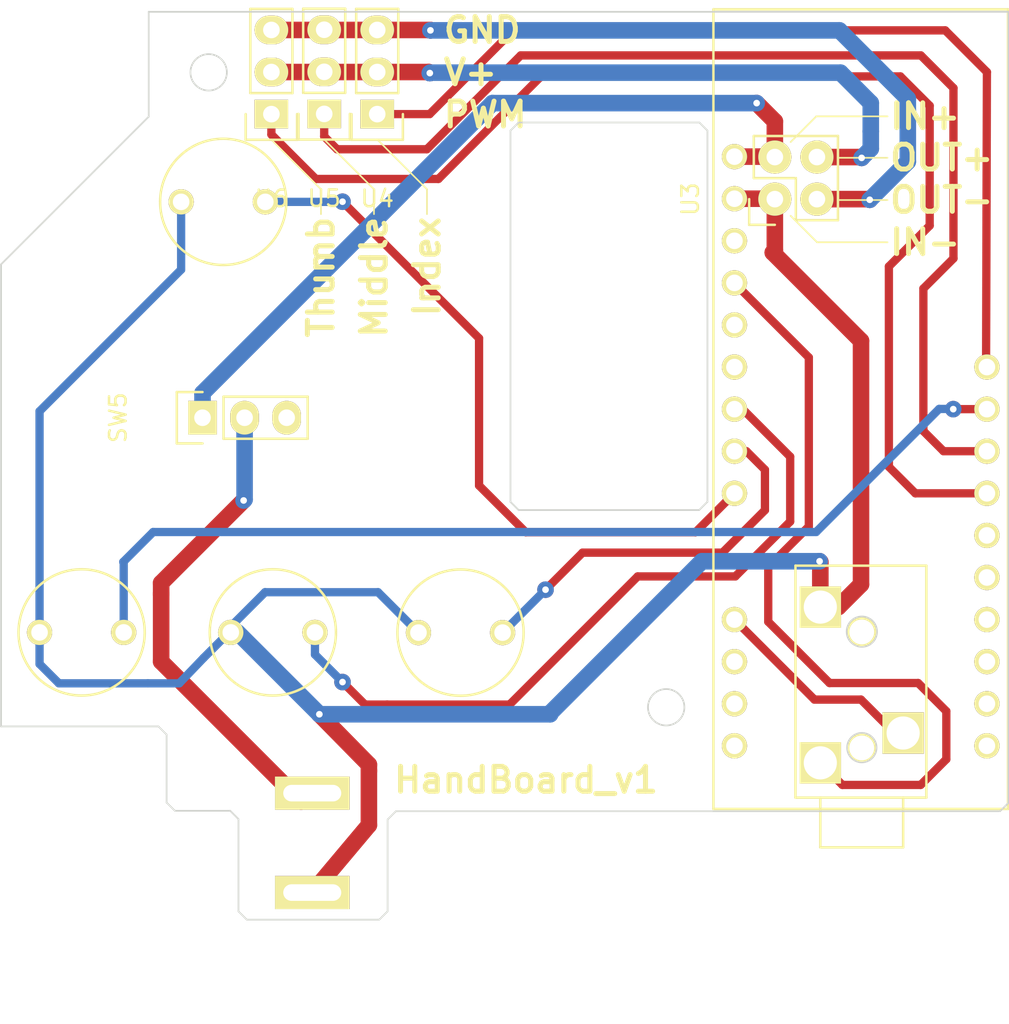
<source format=kicad_pcb>
(kicad_pcb (version 4) (host pcbnew 4.0.1-stable)

  (general
    (links 22)
    (no_connects 3)
    (area 83.701101 66.530187 157.666101 151.323601)
    (thickness 1.6)
    (drawings 67)
    (tracks 159)
    (zones 0)
    (modules 12)
    (nets 26)
  )

  (page A4)
  (layers
    (0 F.Cu signal)
    (31 B.Cu signal)
    (32 B.Adhes user hide)
    (33 F.Adhes user hide)
    (34 B.Paste user hide)
    (35 F.Paste user hide)
    (36 B.SilkS user)
    (37 F.SilkS user)
    (38 B.Mask user hide)
    (39 F.Mask user hide)
    (40 Dwgs.User user hide)
    (41 Cmts.User user hide)
    (42 Eco1.User user hide)
    (43 Eco2.User user hide)
    (44 Edge.Cuts user)
    (45 Margin user hide)
    (46 B.CrtYd user hide)
    (47 F.CrtYd user hide)
    (48 B.Fab user hide)
    (49 F.Fab user hide)
  )

  (setup
    (last_trace_width 0.5)
    (user_trace_width 0.5)
    (user_trace_width 1)
    (trace_clearance 0.2)
    (zone_clearance 0.508)
    (zone_45_only no)
    (trace_min 0.2)
    (segment_width 0.1)
    (edge_width 0.1)
    (via_size 1)
    (via_drill 0.5)
    (via_min_size 0.4)
    (via_min_drill 0.4)
    (user_via 1 0.4)
    (user_via 1.5 0.4)
    (uvia_size 0.3)
    (uvia_drill 0.1)
    (uvias_allowed no)
    (uvia_min_size 0.2)
    (uvia_min_drill 0.1)
    (pcb_text_width 0.3)
    (pcb_text_size 1.5 1.5)
    (mod_edge_width 0.15)
    (mod_text_size 1 1)
    (mod_text_width 0.15)
    (pad_size 2 4.5)
    (pad_drill 1)
    (pad_to_mask_clearance 0.1)
    (solder_mask_min_width 0.1)
    (aux_axis_origin 157.4711 80.7836)
    (grid_origin 156.1211 84.6836)
    (visible_elements 7FFCC609)
    (pcbplotparams
      (layerselection 0x010f0_80000001)
      (usegerberextensions true)
      (excludeedgelayer true)
      (linewidth 0.100000)
      (plotframeref false)
      (viasonmask false)
      (mode 1)
      (useauxorigin false)
      (hpglpennumber 1)
      (hpglpenspeed 20)
      (hpglpendiameter 15)
      (hpglpenoverlay 2)
      (psnegative false)
      (psa4output false)
      (plotreference false)
      (plotvalue false)
      (plotinvisibletext false)
      (padsonsilk false)
      (subtractmaskfromsilk false)
      (outputformat 1)
      (mirror false)
      (drillshape 0)
      (scaleselection 1)
      (outputdirectory 160111HandBoard_v1_2/))
  )

  (net 0 "")
  (net 1 "Net-(CON1-Pad3)")
  (net 2 "Net-(CON1-Pad1)")
  (net 3 "Net-(SW5-Pad1)")
  (net 4 "Net-(SW5-Pad3)")
  (net 5 "Net-(U1-Pad4)")
  (net 6 "Net-(U1-Pad2)")
  (net 7 "Net-(U2-PadGND)")
  (net 8 "Net-(U2-PadRST)")
  (net 9 "Net-(U2-Pad5V)")
  (net 10 "Net-(U2-PadNC)")
  (net 11 "Net-(U2-Pad13)")
  (net 12 "Net-(U2-Pad3)")
  (net 13 "Net-(U2-Pad5)")
  (net 14 "Net-(U2-Pad6)")
  (net 15 "Net-(U2-Pad7)")
  (net 16 "Net-(U2-Pad8)")
  (net 17 "Net-(U2-Pad10)")
  (net 18 "Net-(U2-Pad11)")
  (net 19 "Net-(U2-Pad12)")
  (net 20 "Net-(U3-Pad3)")
  (net 21 "Net-(U3-Pad4)")
  (net 22 "Net-(SW1:MAX1-Pad2)")
  (net 23 "Net-(SW2:MIN1-Pad2)")
  (net 24 "Net-(SW3:Thumb1-Pad2)")
  (net 25 "Net-(SW4:Middle1-Pad2)")

  (net_class Default "これは標準のネット クラスです。"
    (clearance 0.2)
    (trace_width 0.5)
    (via_dia 1)
    (via_drill 0.5)
    (uvia_dia 0.3)
    (uvia_drill 0.1)
    (add_net "Net-(CON1-Pad1)")
    (add_net "Net-(CON1-Pad3)")
    (add_net "Net-(SW1:MAX1-Pad2)")
    (add_net "Net-(SW2:MIN1-Pad2)")
    (add_net "Net-(SW3:Thumb1-Pad2)")
    (add_net "Net-(SW4:Middle1-Pad2)")
    (add_net "Net-(SW5-Pad1)")
    (add_net "Net-(SW5-Pad3)")
    (add_net "Net-(U1-Pad2)")
    (add_net "Net-(U1-Pad4)")
    (add_net "Net-(U2-Pad10)")
    (add_net "Net-(U2-Pad11)")
    (add_net "Net-(U2-Pad12)")
    (add_net "Net-(U2-Pad13)")
    (add_net "Net-(U2-Pad3)")
    (add_net "Net-(U2-Pad5)")
    (add_net "Net-(U2-Pad5V)")
    (add_net "Net-(U2-Pad6)")
    (add_net "Net-(U2-Pad7)")
    (add_net "Net-(U2-Pad8)")
    (add_net "Net-(U2-PadGND)")
    (add_net "Net-(U2-PadNC)")
    (add_net "Net-(U2-PadRST)")
    (add_net "Net-(U3-Pad3)")
    (add_net "Net-(U3-Pad4)")
  )

  (net_class Custom01 ""
    (clearance 0.2)
    (trace_width 1)
    (via_dia 2)
    (via_drill 0.5)
    (uvia_dia 0.3)
    (uvia_drill 0.1)
  )

  (module HACKberry_v1:MJ179PH (layer F.Cu) (tedit 568FC65E) (tstamp 55951713)
    (at 115.39474 141.87932 90)
    (path /555F5A20)
    (fp_text reference CON1 (at 13.7 3.75 90) (layer F.SilkS) hide
      (effects (font (size 1 1) (thickness 0.15)))
    )
    (fp_text value BARREL_JACK_MJ179PH (at 13.5 -7.25 90) (layer F.Fab)
      (effects (font (size 1 1) (thickness 0.15)))
    )
    (pad "" thru_hole rect (at 7.7 0 90) (size 2 4.5) (drill oval 1 3.5) (layers *.Cu *.Mask F.SilkS))
    (pad "" thru_hole rect (at 13.7 0 90) (size 2 4.5) (drill oval 1 3.5) (layers *.Cu *.Mask F.SilkS))
  )

  (module Pin_Headers:Pin_Header_Straight_2x02 (layer F.Cu) (tedit 56332AA7) (tstamp 55951767)
    (at 143.3195 92.329 90)
    (descr "Through hole pin header")
    (tags "pin header")
    (path /555F2DA3)
    (fp_text reference U3 (at 0 -5.1 90) (layer F.SilkS)
      (effects (font (size 1 1) (thickness 0.15)))
    )
    (fp_text value "Seed_Studio_Adjustable_DC/DC_Power_Converter_(1.25V_-_35V/3A)" (at 0 -3.1 90) (layer F.Fab)
      (effects (font (size 1 1) (thickness 0.15)))
    )
    (fp_line (start -1.75 -1.75) (end -1.75 4.3) (layer F.CrtYd) (width 0.05))
    (fp_line (start 4.3 -1.75) (end 4.3 4.3) (layer F.CrtYd) (width 0.05))
    (fp_line (start -1.75 -1.75) (end 4.3 -1.75) (layer F.CrtYd) (width 0.05))
    (fp_line (start -1.75 4.3) (end 4.3 4.3) (layer F.CrtYd) (width 0.05))
    (fp_line (start -1.55 0) (end -1.55 -1.55) (layer F.SilkS) (width 0.15))
    (fp_line (start 0 -1.55) (end -1.55 -1.55) (layer F.SilkS) (width 0.15))
    (fp_line (start -1.27 1.27) (end 1.27 1.27) (layer F.SilkS) (width 0.15))
    (fp_line (start 1.27 1.27) (end 1.27 -1.27) (layer F.SilkS) (width 0.15))
    (fp_line (start 1.27 -1.27) (end 3.81 -1.27) (layer F.SilkS) (width 0.15))
    (fp_line (start 3.81 -1.27) (end 3.81 3.81) (layer F.SilkS) (width 0.15))
    (fp_line (start 3.81 3.81) (end -1.27 3.81) (layer F.SilkS) (width 0.15))
    (fp_line (start -1.27 3.81) (end -1.27 1.27) (layer F.SilkS) (width 0.15))
    (pad 2 thru_hole circle (at 0 0 90) (size 2 2) (drill 1) (layers *.Cu *.Mask F.SilkS)
      (net 1 "Net-(CON1-Pad3)"))
    (pad 1 thru_hole oval (at 2.54 0 90) (size 2 2) (drill 1) (layers *.Cu *.Mask F.SilkS)
      (net 3 "Net-(SW5-Pad1)"))
    (pad 3 thru_hole oval (at 0 2.54 90) (size 2 2) (drill 1) (layers *.Cu *.Mask F.SilkS)
      (net 20 "Net-(U3-Pad3)"))
    (pad 4 thru_hole oval (at 2.54 2.54 90) (size 2 2) (drill 1) (layers *.Cu *.Mask F.SilkS)
      (net 21 "Net-(U3-Pad4)"))
    (model Pin_Headers.3dshapes/Pin_Header_Straight_2x02.wrl
      (at (xyz 0.05 -0.05 0))
      (scale (xyz 1 1 1))
      (rotate (xyz 0 0 90))
    )
  )

  (module HACKberry_v1:SKRGAQ0010 (layer F.Cu) (tedit 56333A90) (tstamp 55951BFF)
    (at 101.473 118.4783 90)
    (path /555F3438)
    (fp_text reference SW1:MAX1 (at 0 5.08 90) (layer F.SilkS) hide
      (effects (font (size 1 1) (thickness 0.15)))
    )
    (fp_text value SW_PUSH_SKRGAQD010 (at 0 -5.08 90) (layer F.Fab)
      (effects (font (size 1 1) (thickness 0.15)))
    )
    (fp_circle (center 0 0) (end 0 -3.81) (layer F.SilkS) (width 0.15))
    (pad 1 thru_hole circle (at 0 -2.54 90) (size 1.524 1.524) (drill 1) (layers *.Cu *.Mask F.SilkS)
      (net 1 "Net-(CON1-Pad3)"))
    (pad 2 thru_hole circle (at 0 2.54 90) (size 1.524 1.524) (drill 1) (layers *.Cu *.Mask F.SilkS)
      (net 22 "Net-(SW1:MAX1-Pad2)"))
  )

  (module HACKberry_v1:SKRGAQ0010 (layer F.Cu) (tedit 56333A84) (tstamp 55951C05)
    (at 113.0173 118.4783 90)
    (path /555F3584)
    (fp_text reference SW2:MIN1 (at 0 5.08 90) (layer F.SilkS) hide
      (effects (font (size 1 1) (thickness 0.15)))
    )
    (fp_text value SW_PUSH_SKRGAQD010 (at 0 -5.08 90) (layer F.Fab)
      (effects (font (size 1 1) (thickness 0.15)))
    )
    (fp_circle (center 0 0) (end 0 -3.81) (layer F.SilkS) (width 0.15))
    (pad 1 thru_hole circle (at 0 -2.54 90) (size 1.524 1.524) (drill 1) (layers *.Cu *.Mask F.SilkS)
      (net 1 "Net-(CON1-Pad3)"))
    (pad 2 thru_hole circle (at 0 2.54 90) (size 1.524 1.524) (drill 1) (layers *.Cu *.Mask F.SilkS)
      (net 23 "Net-(SW2:MIN1-Pad2)"))
  )

  (module HACKberry_v1:SKRGAQ0010 (layer F.Cu) (tedit 56333A76) (tstamp 55951C0B)
    (at 124.3457 118.491 90)
    (path /555F35CD)
    (fp_text reference SW3:Thumb1 (at 0 5.08 90) (layer F.SilkS) hide
      (effects (font (size 1 1) (thickness 0.15)))
    )
    (fp_text value SW_PUSH_SKRGAQD010 (at 0 -5.08 90) (layer F.Fab)
      (effects (font (size 1 1) (thickness 0.15)))
    )
    (fp_circle (center 0 0) (end 0 -3.81) (layer F.SilkS) (width 0.15))
    (pad 1 thru_hole circle (at 0 -2.54 90) (size 1.524 1.524) (drill 1) (layers *.Cu *.Mask F.SilkS)
      (net 1 "Net-(CON1-Pad3)"))
    (pad 2 thru_hole circle (at 0 2.54 90) (size 1.524 1.524) (drill 1) (layers *.Cu *.Mask F.SilkS)
      (net 24 "Net-(SW3:Thumb1-Pad2)"))
  )

  (module HACKberry_v1:SKRGAQ0010 (layer F.Cu) (tedit 5633399F) (tstamp 55951C11)
    (at 110.0201 92.4941 90)
    (path /55950644)
    (fp_text reference SW4:Middle1 (at 0 5.08 90) (layer F.SilkS) hide
      (effects (font (size 1 1) (thickness 0.15)))
    )
    (fp_text value SW_PUSH_SKRGAQD010 (at 0 -5.08 90) (layer F.Fab)
      (effects (font (size 1 1) (thickness 0.15)))
    )
    (fp_circle (center 0 0) (end 0 -3.81) (layer F.SilkS) (width 0.15))
    (pad 1 thru_hole circle (at 0 -2.54 90) (size 1.524 1.524) (drill 1) (layers *.Cu *.Mask F.SilkS)
      (net 1 "Net-(CON1-Pad3)"))
    (pad 2 thru_hole circle (at 0 2.54 90) (size 1.524 1.524) (drill 1) (layers *.Cu *.Mask F.SilkS)
      (net 25 "Net-(SW4:Middle1-Pad2)"))
  )

  (module HACKberry_v1:Arduino_Micro (layer F.Cu) (tedit 56333A64) (tstamp 5595175F)
    (at 148.5011 105.0036)
    (path /555EFCA5)
    (fp_text reference U2 (at 0 0.5) (layer F.SilkS) hide
      (effects (font (size 1 1) (thickness 0.15)))
    )
    (fp_text value Arduino_Micro (at 0 -0.5) (layer F.Fab)
      (effects (font (size 1 1) (thickness 0.15)))
    )
    (fp_line (start -8.89 24.13) (end -8.89 -24.13) (layer F.SilkS) (width 0.15))
    (fp_line (start -8.89 -24.13) (end 8.89 -24.13) (layer F.SilkS) (width 0.15))
    (fp_line (start 8.89 -24.13) (end 8.89 24.13) (layer F.SilkS) (width 0.15))
    (fp_line (start 8.89 24.13) (end -8.89 24.13) (layer F.SilkS) (width 0.15))
    (pad 9 thru_hole circle (at 7.62 12.7) (size 1.524 1.524) (drill 1) (layers *.Cu *.Mask F.SilkS))
    (pad 3 thru_hole circle (at 7.62 -2.54) (size 1.524 1.524) (drill 1) (layers *.Cu *.Mask F.SilkS)
      (net 12 "Net-(U2-Pad3)"))
    (pad VIN thru_hole circle (at -7.62 -15.24) (size 1.524 1.524) (drill 1) (layers *.Cu *.Mask F.SilkS)
      (net 3 "Net-(SW5-Pad1)"))
    (pad GND thru_hole circle (at -7.62 -12.7) (size 1.524 1.524) (drill 1) (layers *.Cu *.Mask F.SilkS)
      (net 7 "Net-(U2-PadGND)"))
    (pad eRST thru_hole circle (at -7.62 -10.16) (size 1.524 1.524) (drill 1) (layers *.Cu *.Mask F.SilkS)
      (net 8 "Net-(U2-PadRST)"))
    (pad 5V thru_hole circle (at -7.62 -7.62) (size 1.524 1.524) (drill 1) (layers *.Cu *.Mask F.SilkS)
      (net 9 "Net-(U2-Pad5V)"))
    (pad NC thru_hole circle (at -7.62 -5.08) (size 1.524 1.524) (drill 1) (layers *.Cu *.Mask F.SilkS)
      (net 10 "Net-(U2-PadNC)"))
    (pad NC thru_hole circle (at -7.62 -2.54) (size 1.524 1.524) (drill 1) (layers *.Cu *.Mask F.SilkS)
      (net 10 "Net-(U2-PadNC)"))
    (pad 13 thru_hole circle (at -7.62 20.32) (size 1.524 1.524) (drill 1) (layers *.Cu *.Mask F.SilkS)
      (net 11 "Net-(U2-Pad13)"))
    (pad 3.3V thru_hole circle (at -7.62 17.78) (size 1.524 1.524) (drill 1) (layers *.Cu *.Mask F.SilkS))
    (pad AREF thru_hole circle (at -7.62 15.24) (size 1.524 1.524) (drill 1) (layers *.Cu *.Mask F.SilkS))
    (pad A0 thru_hole circle (at -7.62 12.7) (size 1.524 1.524) (drill 1) (layers *.Cu *.Mask F.SilkS)
      (net 5 "Net-(U1-Pad4)"))
    (pad A3 thru_hole circle (at -7.62 5.08) (size 1.524 1.524) (drill 1) (layers *.Cu *.Mask F.SilkS)
      (net 25 "Net-(SW4:Middle1-Pad2)"))
    (pad A4 thru_hole circle (at -7.62 2.54) (size 1.524 1.524) (drill 1) (layers *.Cu *.Mask F.SilkS)
      (net 24 "Net-(SW3:Thumb1-Pad2)"))
    (pad A5 thru_hole circle (at -7.62 0) (size 1.524 1.524) (drill 1) (layers *.Cu *.Mask F.SilkS)
      (net 23 "Net-(SW2:MIN1-Pad2)"))
    (pad A6 thru_hole circle (at 7.62 0) (size 1.524 1.524) (drill 1) (layers *.Cu *.Mask F.SilkS)
      (net 22 "Net-(SW1:MAX1-Pad2)"))
    (pad 5 thru_hole circle (at 7.62 2.54) (size 1.524 1.524) (drill 1) (layers *.Cu *.Mask F.SilkS)
      (net 13 "Net-(U2-Pad5)"))
    (pad 6 thru_hole circle (at 7.62 5.08) (size 1.524 1.524) (drill 1) (layers *.Cu *.Mask F.SilkS)
      (net 14 "Net-(U2-Pad6)"))
    (pad 7 thru_hole circle (at 7.62 7.62) (size 1.524 1.524) (drill 1) (layers *.Cu *.Mask F.SilkS)
      (net 15 "Net-(U2-Pad7)"))
    (pad 8 thru_hole circle (at 7.62 10.16) (size 1.524 1.524) (drill 1) (layers *.Cu *.Mask F.SilkS)
      (net 16 "Net-(U2-Pad8)"))
    (pad 10 thru_hole circle (at 7.62 15.24) (size 1.524 1.524) (drill 1) (layers *.Cu *.Mask F.SilkS)
      (net 17 "Net-(U2-Pad10)"))
    (pad 11 thru_hole circle (at 7.62 17.78) (size 1.524 1.524) (drill 1) (layers *.Cu *.Mask F.SilkS)
      (net 18 "Net-(U2-Pad11)"))
    (pad 12 thru_hole circle (at 7.62 20.32) (size 1.524 1.524) (drill 1) (layers *.Cu *.Mask F.SilkS)
      (net 19 "Net-(U2-Pad12)"))
  )

  (module HACKberry_v1:MINIATURE_JACK_MJ-4535-3 (layer F.Cu) (tedit 56332A45) (tstamp 55951739)
    (at 148.5646 125.4506 270)
    (path /555F3180)
    (fp_text reference U1 (at 0 3.81 270) (layer F.SilkS) hide
      (effects (font (size 1 1) (thickness 0.15)))
    )
    (fp_text value 3-CONDUCTOR_MINIATUIRE_JACK_MJ-4535-3 (at 0 -5 270) (layer F.Fab)
      (effects (font (size 1 1) (thickness 0.15)))
    )
    (fp_line (start 3 -3.9) (end -11 -3.9) (layer F.SilkS) (width 0.15))
    (fp_line (start -11 -3.9) (end -11 4) (layer F.SilkS) (width 0.15))
    (fp_line (start -11 4) (end 3 4) (layer F.SilkS) (width 0.15))
    (fp_line (start 3 4) (end 3 -3.9) (layer F.SilkS) (width 0.15))
    (fp_line (start 6 2.5) (end 3 2.5) (layer F.SilkS) (width 0.15))
    (fp_line (start 6 -2.5) (end 6 2.5) (layer F.SilkS) (width 0.15))
    (fp_line (start 3 -2.5) (end 6 -2.5) (layer F.SilkS) (width 0.15))
    (fp_circle (center -7 0) (end -6.8 0.8) (layer F.SilkS) (width 0.15))
    (fp_circle (center 0 0) (end -0.2 0.8) (layer F.SilkS) (width 0.15))
    (pad 4 thru_hole rect (at -0.9 -2.5 270) (size 2.5 2.5) (drill oval 2) (layers *.Cu *.Mask F.SilkS)
      (net 5 "Net-(U1-Pad4)"))
    (pad 2 thru_hole rect (at 0.9 2.5 270) (size 2.5 2.5) (drill oval 2) (layers *.Cu *.Mask F.SilkS)
      (net 6 "Net-(U1-Pad2)"))
    (pad 1 thru_hole rect (at -8.5 2.5 270) (size 2.5 2.5) (drill oval 2) (layers *.Cu *.Mask F.SilkS)
      (net 1 "Net-(CON1-Pad3)"))
  )

  (module Pin_Headers:Pin_Header_Straight_1x03 (layer F.Cu) (tedit 5633395B) (tstamp 5595177C)
    (at 112.9284 87.1982 180)
    (descr "Through hole pin header")
    (tags "pin header")
    (path /555F20F9)
    (fp_text reference U6 (at 0 -5.1 180) (layer F.SilkS)
      (effects (font (size 1 1) (thickness 0.15)))
    )
    (fp_text value Servo_Motor_MG90S (at 0 -3.1 180) (layer F.Fab)
      (effects (font (size 1 1) (thickness 0.15)))
    )
    (fp_line (start -1.75 -1.75) (end -1.75 6.85) (layer F.CrtYd) (width 0.05))
    (fp_line (start 1.75 -1.75) (end 1.75 6.85) (layer F.CrtYd) (width 0.05))
    (fp_line (start -1.75 -1.75) (end 1.75 -1.75) (layer F.CrtYd) (width 0.05))
    (fp_line (start -1.75 6.85) (end 1.75 6.85) (layer F.CrtYd) (width 0.05))
    (fp_line (start -1.27 1.27) (end -1.27 6.35) (layer F.SilkS) (width 0.15))
    (fp_line (start -1.27 6.35) (end 1.27 6.35) (layer F.SilkS) (width 0.15))
    (fp_line (start 1.27 6.35) (end 1.27 1.27) (layer F.SilkS) (width 0.15))
    (fp_line (start 1.55 -1.55) (end 1.55 0) (layer F.SilkS) (width 0.15))
    (fp_line (start 1.27 1.27) (end -1.27 1.27) (layer F.SilkS) (width 0.15))
    (fp_line (start -1.55 0) (end -1.55 -1.55) (layer F.SilkS) (width 0.15))
    (fp_line (start -1.55 -1.55) (end 1.55 -1.55) (layer F.SilkS) (width 0.15))
    (pad 1 thru_hole rect (at 0 0 180) (size 2.032 1.7272) (drill 1) (layers *.Cu *.Mask F.SilkS)
      (net 14 "Net-(U2-Pad6)"))
    (pad 2 thru_hole oval (at 0 2.54 180) (size 2.032 1.7272) (drill 1) (layers *.Cu *.Mask F.SilkS)
      (net 21 "Net-(U3-Pad4)"))
    (pad 3 thru_hole oval (at 0 5.08 180) (size 2.032 1.7272) (drill 1) (layers *.Cu *.Mask F.SilkS)
      (net 20 "Net-(U3-Pad3)"))
    (model Pin_Headers.3dshapes/Pin_Header_Straight_1x03.wrl
      (at (xyz 0 -0.1 0))
      (scale (xyz 1 1 1))
      (rotate (xyz 0 0 90))
    )
  )

  (module Pin_Headers:Pin_Header_Straight_1x03 (layer F.Cu) (tedit 56333FF5) (tstamp 55951732)
    (at 108.77042 105.52176 90)
    (descr "Through hole pin header")
    (tags "pin header")
    (path /555F35ED)
    (fp_text reference SW5 (at 0 -5.1 90) (layer F.SilkS)
      (effects (font (size 1 1) (thickness 0.15)))
    )
    (fp_text value SWITCH_SS-12SDP2 (at 0 -3.1 90) (layer F.Fab)
      (effects (font (size 1 1) (thickness 0.15)))
    )
    (fp_line (start -1.75 -1.75) (end -1.75 6.85) (layer F.CrtYd) (width 0.05))
    (fp_line (start 1.75 -1.75) (end 1.75 6.85) (layer F.CrtYd) (width 0.05))
    (fp_line (start -1.75 -1.75) (end 1.75 -1.75) (layer F.CrtYd) (width 0.05))
    (fp_line (start -1.75 6.85) (end 1.75 6.85) (layer F.CrtYd) (width 0.05))
    (fp_line (start -1.27 1.27) (end -1.27 6.35) (layer F.SilkS) (width 0.15))
    (fp_line (start -1.27 6.35) (end 1.27 6.35) (layer F.SilkS) (width 0.15))
    (fp_line (start 1.27 6.35) (end 1.27 1.27) (layer F.SilkS) (width 0.15))
    (fp_line (start 1.55 -1.55) (end 1.55 0) (layer F.SilkS) (width 0.15))
    (fp_line (start 1.27 1.27) (end -1.27 1.27) (layer F.SilkS) (width 0.15))
    (fp_line (start -1.55 0) (end -1.55 -1.55) (layer F.SilkS) (width 0.15))
    (fp_line (start -1.55 -1.55) (end 1.55 -1.55) (layer F.SilkS) (width 0.15))
    (pad 1 thru_hole rect (at 0 0 90) (size 2.032 1.7272) (drill 1) (layers *.Cu *.Mask F.SilkS)
      (net 3 "Net-(SW5-Pad1)"))
    (pad 2 thru_hole oval (at 0 2.54 90) (size 2.032 1.7272) (drill 1) (layers *.Cu *.Mask F.SilkS)
      (net 2 "Net-(CON1-Pad1)"))
    (pad 3 thru_hole oval (at 0 5.08 90) (size 2.032 1.7272) (drill 1) (layers *.Cu *.Mask F.SilkS)
      (net 4 "Net-(SW5-Pad3)"))
    (model Pin_Headers.3dshapes/Pin_Header_Straight_1x03.wrl
      (at (xyz 0 -0.1 0))
      (scale (xyz 1 1 1))
      (rotate (xyz 0 0 90))
    )
  )

  (module Pin_Headers:Pin_Header_Straight_1x03 (layer F.Cu) (tedit 56333981) (tstamp 5595176E)
    (at 119.3165 87.1982 180)
    (descr "Through hole pin header")
    (tags "pin header")
    (path /555F20CE)
    (fp_text reference U4 (at 0 -5.1 180) (layer F.SilkS)
      (effects (font (size 1 1) (thickness 0.15)))
    )
    (fp_text value Servo_Motor_S03N (at 0 -3.1 180) (layer F.Fab)
      (effects (font (size 1 1) (thickness 0.15)))
    )
    (fp_line (start -1.75 -1.75) (end -1.75 6.85) (layer F.CrtYd) (width 0.05))
    (fp_line (start 1.75 -1.75) (end 1.75 6.85) (layer F.CrtYd) (width 0.05))
    (fp_line (start -1.75 -1.75) (end 1.75 -1.75) (layer F.CrtYd) (width 0.05))
    (fp_line (start -1.75 6.85) (end 1.75 6.85) (layer F.CrtYd) (width 0.05))
    (fp_line (start -1.27 1.27) (end -1.27 6.35) (layer F.SilkS) (width 0.15))
    (fp_line (start -1.27 6.35) (end 1.27 6.35) (layer F.SilkS) (width 0.15))
    (fp_line (start 1.27 6.35) (end 1.27 1.27) (layer F.SilkS) (width 0.15))
    (fp_line (start 1.55 -1.55) (end 1.55 0) (layer F.SilkS) (width 0.15))
    (fp_line (start 1.27 1.27) (end -1.27 1.27) (layer F.SilkS) (width 0.15))
    (fp_line (start -1.55 0) (end -1.55 -1.55) (layer F.SilkS) (width 0.15))
    (fp_line (start -1.55 -1.55) (end 1.55 -1.55) (layer F.SilkS) (width 0.15))
    (pad 1 thru_hole rect (at 0 0 180) (size 2.032 1.7272) (drill 1) (layers *.Cu *.Mask F.SilkS)
      (net 12 "Net-(U2-Pad3)"))
    (pad 2 thru_hole oval (at 0 2.54 180) (size 2.032 1.7272) (drill 1) (layers *.Cu *.Mask F.SilkS)
      (net 21 "Net-(U3-Pad4)"))
    (pad 3 thru_hole oval (at 0 5.08 180) (size 2.032 1.7272) (drill 1) (layers *.Cu *.Mask F.SilkS)
      (net 20 "Net-(U3-Pad3)"))
    (model Pin_Headers.3dshapes/Pin_Header_Straight_1x03.wrl
      (at (xyz 0 -0.1 0))
      (scale (xyz 1 1 1))
      (rotate (xyz 0 0 90))
    )
  )

  (module Pin_Headers:Pin_Header_Straight_1x03 (layer F.Cu) (tedit 56333970) (tstamp 55951775)
    (at 116.1161 87.1855 180)
    (descr "Through hole pin header")
    (tags "pin header")
    (path /555F1F15)
    (fp_text reference U5 (at 0 -5.1 180) (layer F.SilkS)
      (effects (font (size 1 1) (thickness 0.15)))
    )
    (fp_text value Servo_Motor_MG90S (at 0 -3.1 180) (layer F.Fab)
      (effects (font (size 1 1) (thickness 0.15)))
    )
    (fp_line (start -1.75 -1.75) (end -1.75 6.85) (layer F.CrtYd) (width 0.05))
    (fp_line (start 1.75 -1.75) (end 1.75 6.85) (layer F.CrtYd) (width 0.05))
    (fp_line (start -1.75 -1.75) (end 1.75 -1.75) (layer F.CrtYd) (width 0.05))
    (fp_line (start -1.75 6.85) (end 1.75 6.85) (layer F.CrtYd) (width 0.05))
    (fp_line (start -1.27 1.27) (end -1.27 6.35) (layer F.SilkS) (width 0.15))
    (fp_line (start -1.27 6.35) (end 1.27 6.35) (layer F.SilkS) (width 0.15))
    (fp_line (start 1.27 6.35) (end 1.27 1.27) (layer F.SilkS) (width 0.15))
    (fp_line (start 1.55 -1.55) (end 1.55 0) (layer F.SilkS) (width 0.15))
    (fp_line (start 1.27 1.27) (end -1.27 1.27) (layer F.SilkS) (width 0.15))
    (fp_line (start -1.55 0) (end -1.55 -1.55) (layer F.SilkS) (width 0.15))
    (fp_line (start -1.55 -1.55) (end 1.55 -1.55) (layer F.SilkS) (width 0.15))
    (pad 1 thru_hole rect (at 0 0 180) (size 2.032 1.7272) (drill 1) (layers *.Cu *.Mask F.SilkS)
      (net 13 "Net-(U2-Pad5)"))
    (pad 2 thru_hole oval (at 0 2.54 180) (size 2.032 1.7272) (drill 1) (layers *.Cu *.Mask F.SilkS)
      (net 21 "Net-(U3-Pad4)"))
    (pad 3 thru_hole oval (at 0 5.08 180) (size 2.032 1.7272) (drill 1) (layers *.Cu *.Mask F.SilkS)
      (net 20 "Net-(U3-Pad3)"))
    (model Pin_Headers.3dshapes/Pin_Header_Straight_1x03.wrl
      (at (xyz 0 -0.1 0))
      (scale (xyz 1 1 1))
      (rotate (xyz 0 0 90))
    )
  )

  (dimension 3.600014 (width 0.3) (layer Eco1.User)
    (gr_text "3.600 mm" (at 107.345337 72.353218 359.8408455) (layer Eco1.User)
      (effects (font (size 1.5 1.5) (thickness 0.3)))
    )
    (feature1 (pts (xy 105.5111 84.6736) (xy 105.549087 70.998223)))
    (feature2 (pts (xy 109.1111 84.6836) (xy 109.149087 71.008223)))
    (crossbar (pts (xy 109.141587 73.708213) (xy 105.541587 73.698213)))
    (arrow1a (pts (xy 105.541587 73.698213) (xy 106.669715 73.114924)))
    (arrow1b (pts (xy 105.541587 73.698213) (xy 106.666457 74.287761)))
    (arrow2a (pts (xy 109.141587 73.708213) (xy 108.016717 73.118665)))
    (arrow2b (pts (xy 109.141587 73.708213) (xy 108.013459 74.291502)))
  )
  (dimension 3.65 (width 0.3) (layer Eco1.User)
    (gr_text "3.650 mm" (at 76.6811 82.8586 90) (layer Eco1.User)
      (effects (font (size 1.5 1.5) (thickness 0.3)))
    )
    (feature1 (pts (xy 109.1111 81.0336) (xy 75.3311 81.0336)))
    (feature2 (pts (xy 109.1111 84.6836) (xy 75.3311 84.6836)))
    (crossbar (pts (xy 78.0311 84.6836) (xy 78.0311 81.0336)))
    (arrow1a (pts (xy 78.0311 81.0336) (xy 78.617521 82.160104)))
    (arrow1b (pts (xy 78.0311 81.0336) (xy 77.444679 82.160104)))
    (arrow2a (pts (xy 78.0311 84.6836) (xy 78.617521 83.557096)))
    (arrow2b (pts (xy 78.0311 84.6836) (xy 77.444679 83.557096)))
  )
  (dimension 20.85 (width 0.3) (layer Eco1.User)
    (gr_text "20.850 mm" (at 81.8011 95.1086 90) (layer Eco1.User)
      (effects (font (size 1.5 1.5) (thickness 0.3)))
    )
    (feature1 (pts (xy 111.3111 84.6836) (xy 80.4511 84.6836)))
    (feature2 (pts (xy 111.3111 105.5336) (xy 80.4511 105.5336)))
    (crossbar (pts (xy 83.1511 105.5336) (xy 83.1511 84.6836)))
    (arrow1a (pts (xy 83.1511 84.6836) (xy 83.737521 85.810104)))
    (arrow1b (pts (xy 83.1511 84.6836) (xy 82.564679 85.810104)))
    (arrow2a (pts (xy 83.1511 105.5336) (xy 83.737521 104.407096)))
    (arrow2b (pts (xy 83.1511 105.5336) (xy 82.564679 104.407096)))
  )
  (dimension 2.2 (width 0.3) (layer Eco1.User)
    (gr_text "2.200 mm" (at 110.2111 158.4036) (layer Eco1.User)
      (effects (font (size 1.5 1.5) (thickness 0.3)))
    )
    (feature1 (pts (xy 111.3111 84.6836) (xy 111.3111 159.7536)))
    (feature2 (pts (xy 109.1111 84.6836) (xy 109.1111 159.7536)))
    (crossbar (pts (xy 109.1111 157.0536) (xy 111.3111 157.0536)))
    (arrow1a (pts (xy 111.3111 157.0536) (xy 110.184596 157.640021)))
    (arrow1b (pts (xy 111.3111 157.0536) (xy 110.184596 156.467179)))
    (arrow2a (pts (xy 109.1111 157.0536) (xy 110.237604 157.640021)))
    (arrow2b (pts (xy 109.1111 157.0536) (xy 110.237604 156.467179)))
  )
  (dimension 1.27 (width 0.3) (layer Eco1.User)
    (gr_text "1.270 mm" (at 111.9561 76.6336) (layer Eco1.User)
      (effects (font (size 1.5 1.5) (thickness 0.3)))
    )
    (feature1 (pts (xy 112.5911 105.5136) (xy 112.5911 75.2836)))
    (feature2 (pts (xy 111.3211 105.5136) (xy 111.3211 75.2836)))
    (crossbar (pts (xy 111.3211 77.9836) (xy 112.5911 77.9836)))
    (arrow1a (pts (xy 112.5911 77.9836) (xy 111.464596 78.570021)))
    (arrow1b (pts (xy 112.5911 77.9836) (xy 111.464596 77.397179)))
    (arrow2a (pts (xy 111.3211 77.9836) (xy 112.447604 78.570021)))
    (arrow2b (pts (xy 111.3211 77.9836) (xy 112.447604 77.397179)))
  )
  (dimension 11.33 (width 0.3) (layer Eco1.User)
    (gr_text "11.330 mm" (at 121.2361 149.9736) (layer Eco1.User)
      (effects (font (size 1.5 1.5) (thickness 0.3)))
    )
    (feature1 (pts (xy 126.9011 118.5136) (xy 126.9011 151.3236)))
    (feature2 (pts (xy 115.5711 118.5136) (xy 115.5711 151.3236)))
    (crossbar (pts (xy 115.5711 148.6236) (xy 126.9011 148.6236)))
    (arrow1a (pts (xy 126.9011 148.6236) (xy 125.774596 149.210021)))
    (arrow1b (pts (xy 126.9011 148.6236) (xy 125.774596 148.037179)))
    (arrow2a (pts (xy 115.5711 148.6236) (xy 116.697604 149.210021)))
    (arrow2b (pts (xy 115.5711 148.6236) (xy 116.697604 148.037179)))
  )
  (dimension 11.55 (width 0.3) (layer Eco1.User)
    (gr_text "11.550 mm" (at 109.7961 145.5236) (layer Eco1.User)
      (effects (font (size 1.5 1.5) (thickness 0.3)))
    )
    (feature1 (pts (xy 115.5711 118.5136) (xy 115.5711 146.8736)))
    (feature2 (pts (xy 104.0211 118.5136) (xy 104.0211 146.8736)))
    (crossbar (pts (xy 104.0211 144.1736) (xy 115.5711 144.1736)))
    (arrow1a (pts (xy 115.5711 144.1736) (xy 114.444596 144.760021)))
    (arrow1b (pts (xy 115.5711 144.1736) (xy 114.444596 143.587179)))
    (arrow2a (pts (xy 104.0211 144.1736) (xy 105.147604 144.760021)))
    (arrow2b (pts (xy 104.0211 144.1736) (xy 105.147604 143.587179)))
  )
  (dimension 7.3 (width 0.3) (layer Eco1.User)
    (gr_text "7.300 mm" (at 107.6711 139.2636) (layer Eco1.User)
      (effects (font (size 1.5 1.5) (thickness 0.3)))
    )
    (feature1 (pts (xy 104.0211 105.5136) (xy 104.0211 140.6136)))
    (feature2 (pts (xy 111.3211 105.5136) (xy 111.3211 140.6136)))
    (crossbar (pts (xy 111.3211 137.9136) (xy 104.0211 137.9136)))
    (arrow1a (pts (xy 104.0211 137.9136) (xy 105.147604 137.327179)))
    (arrow1b (pts (xy 104.0211 137.9136) (xy 105.147604 138.500021)))
    (arrow2a (pts (xy 111.3211 137.9136) (xy 110.194596 137.327179)))
    (arrow2b (pts (xy 111.3211 137.9136) (xy 110.194596 138.500021)))
  )
  (dimension 13 (width 0.3) (layer Eco1.User)
    (gr_text "13.000 mm" (at 90.3511 112.0136 270) (layer Eco1.User)
      (effects (font (size 1.5 1.5) (thickness 0.3)))
    )
    (feature1 (pts (xy 111.3211 118.5136) (xy 89.0011 118.5136)))
    (feature2 (pts (xy 111.3211 105.5136) (xy 89.0011 105.5136)))
    (crossbar (pts (xy 91.7011 105.5136) (xy 91.7011 118.5136)))
    (arrow1a (pts (xy 91.7011 118.5136) (xy 91.114679 117.387096)))
    (arrow1b (pts (xy 91.7011 118.5136) (xy 92.287521 117.387096)))
    (arrow2a (pts (xy 91.7011 105.5136) (xy 91.114679 106.640104)))
    (arrow2b (pts (xy 91.7011 105.5136) (xy 92.287521 106.640104)))
  )
  (dimension 13.000004 (width 0.3) (layer Eco1.User)
    (gr_text "13.000 mm" (at 90.369897 98.997487 89.95592633) (layer Eco1.User)
      (effects (font (size 1.5 1.5) (thickness 0.3)))
    )
    (feature1 (pts (xy 111.3211 92.5136) (xy 89.024898 92.496449)))
    (feature2 (pts (xy 111.3111 105.5136) (xy 89.014898 105.496449)))
    (crossbar (pts (xy 91.714897 105.498526) (xy 91.724897 92.498526)))
    (arrow1a (pts (xy 91.724897 92.498526) (xy 92.310451 93.625481)))
    (arrow1b (pts (xy 91.724897 92.498526) (xy 91.13761 93.624578)))
    (arrow2a (pts (xy 91.714897 105.498526) (xy 92.302184 104.372474)))
    (arrow2b (pts (xy 91.714897 105.498526) (xy 91.129343 104.371571)))
  )
  (gr_circle (center 148.5711 125.4336) (end 149.1211 126.1336) (layer Edge.Cuts) (width 0.1))
  (gr_circle (center 148.5711 118.4336) (end 149.3711 118.8836) (layer Edge.Cuts) (width 0.1))
  (gr_text HandBoard_v1 (at 120.1711 127.3836) (layer F.SilkS)
    (effects (font (size 1.5 1.5) (thickness 0.3)) (justify left))
  )
  (gr_text IN- (at 150.1211 94.9336) (layer F.SilkS)
    (effects (font (size 1.5 1.5) (thickness 0.3)) (justify left))
  )
  (gr_text PWM (at 123.1711 87.2336) (layer F.SilkS)
    (effects (font (size 1.5 1.5) (thickness 0.3)) (justify left))
  )
  (gr_text V+ (at 123.1711 84.6836) (layer F.SilkS)
    (effects (font (size 1.5 1.5) (thickness 0.3)) (justify left))
  )
  (gr_text GND (at 123.1711 82.1336) (layer F.SilkS)
    (effects (font (size 1.5 1.5) (thickness 0.3)) (justify left))
  )
  (gr_text IN+ (at 150.1211 87.3336) (layer F.SilkS)
    (effects (font (size 1.5 1.5) (thickness 0.3)) (justify left))
  )
  (gr_line (start 145.8711 94.9336) (end 144.2711 93.3336) (angle 90) (layer F.SilkS) (width 0.1))
  (gr_line (start 150.1211 94.9336) (end 145.8711 94.9336) (angle 90) (layer F.SilkS) (width 0.1))
  (gr_line (start 145.8211 87.3336) (end 144.2711 88.8836) (angle 90) (layer F.SilkS) (width 0.1))
  (gr_line (start 150.1211 87.3336) (end 145.8211 87.3336) (angle 90) (layer F.SilkS) (width 0.1))
  (gr_text OUT- (at 150.1211 92.3836) (layer F.SilkS)
    (effects (font (size 1.5 1.5) (thickness 0.3)) (justify left))
  )
  (gr_text OUT+ (at 150.1211 89.8336) (layer F.SilkS)
    (effects (font (size 1.5 1.5) (thickness 0.3)) (justify left))
  )
  (gr_line (start 147.1211 92.3836) (end 150.1211 92.3836) (angle 90) (layer F.SilkS) (width 0.1) (tstamp 568FBD4C))
  (gr_line (start 147.1211 89.8336) (end 150.1211 89.8336) (angle 90) (layer F.SilkS) (width 0.1))
  (gr_text Index (at 122.3211 93.2336 90) (layer F.SilkS)
    (effects (font (size 1.5 1.5) (thickness 0.3)) (justify right))
  )
  (gr_text Middle (at 119.1211 93.2336 90) (layer F.SilkS)
    (effects (font (size 1.5 1.5) (thickness 0.3)) (justify right))
  )
  (gr_text Thumb (at 115.9211 93.2336 90) (layer F.SilkS)
    (effects (font (size 1.5 1.5) (thickness 0.3)) (justify right))
  )
  (gr_line (start 122.3211 91.7336) (end 122.3211 93.2336) (angle 90) (layer F.SilkS) (width 0.1) (tstamp 568FBB43))
  (gr_line (start 119.1211 91.7336) (end 119.1211 93.2336) (angle 90) (layer F.SilkS) (width 0.1) (tstamp 568FBB3A))
  (gr_line (start 119.3211 88.7336) (end 122.3211 91.7336) (angle 90) (layer F.SilkS) (width 0.1) (tstamp 568FBAE2))
  (gr_line (start 116.1211 88.7336) (end 119.1211 91.7336) (angle 90) (layer F.SilkS) (width 0.1) (tstamp 568FBAD1))
  (gr_line (start 115.9211 91.7336) (end 115.9211 93.2336) (angle 90) (layer F.SilkS) (width 0.1))
  (gr_line (start 112.9211 88.7336) (end 115.9211 91.7336) (angle 90) (layer F.SilkS) (width 0.1))
  (gr_line (start 119.9411 129.7736) (end 119.9411 135.3136) (angle 90) (layer Edge.Cuts) (width 0.1))
  (gr_line (start 111.4411 135.8136) (end 119.4411 135.8136) (angle 90) (layer Edge.Cuts) (width 0.1))
  (gr_line (start 119.9411 135.3136) (end 119.4411 135.8136) (angle 90) (layer Edge.Cuts) (width 0.1))
  (gr_line (start 110.9411 129.7436) (end 110.9411 135.3136) (angle 90) (layer Edge.Cuts) (width 0.1))
  (gr_line (start 110.9411 135.3136) (end 111.4411 135.8136) (angle 90) (layer Edge.Cuts) (width 0.1))
  (gr_line (start 107.1111 129.2436) (end 110.4411 129.2436) (angle 90) (layer Edge.Cuts) (width 0.1))
  (gr_line (start 110.4411 129.2436) (end 110.9411 129.7436) (angle 90) (layer Edge.Cuts) (width 0.1))
  (gr_line (start 106.6011 124.6436) (end 106.6011 128.7436) (angle 90) (layer Edge.Cuts) (width 0.1))
  (gr_line (start 107.1011 129.2436) (end 107.1111 129.2436) (angle 90) (layer Edge.Cuts) (width 0.1))
  (gr_line (start 106.6011 128.7436) (end 107.1011 129.2436) (angle 90) (layer Edge.Cuts) (width 0.1))
  (gr_line (start 96.6111 124.1536) (end 106.1111 124.1536) (angle 90) (layer Edge.Cuts) (width 0.1))
  (gr_line (start 106.1111 124.1536) (end 106.6011 124.6436) (angle 90) (layer Edge.Cuts) (width 0.1))
  (gr_circle (center 148.5711 118.4836) (end 148.6211 117.6336) (layer Eco1.User) (width 0.1))
  (gr_circle (center 148.5711 125.4836) (end 148.5711 124.6336) (layer Eco1.User) (width 0.1))
  (gr_line (start 157.4111 81.0236) (end 105.5211 81.0236) (angle 90) (layer Edge.Cuts) (width 0.1))
  (gr_line (start 157.4111 128.7736) (end 157.4111 81.0236) (angle 90) (layer Edge.Cuts) (width 0.1))
  (gr_line (start 156.9111 129.2736) (end 157.4111 128.7736) (angle 90) (layer Edge.Cuts) (width 0.1))
  (gr_line (start 120.4411 129.2736) (end 156.9111 129.2736) (angle 90) (layer Edge.Cuts) (width 0.1))
  (gr_line (start 119.9411 129.7736) (end 120.4411 129.2736) (angle 90) (layer Edge.Cuts) (width 0.1))
  (gr_line (start 96.6111 96.2636) (end 96.6111 124.1536) (angle 90) (layer Edge.Cuts) (width 0.1))
  (gr_line (start 105.5211 87.3536) (end 96.6111 96.2636) (angle 90) (layer Edge.Cuts) (width 0.1))
  (gr_line (start 105.5211 81.0236) (end 105.5211 87.3536) (angle 90) (layer Edge.Cuts) (width 0.1))
  (gr_line (start 138.7611 87.7036) (end 127.8511 87.7036) (angle 90) (layer Edge.Cuts) (width 0.1))
  (gr_line (start 139.2511 88.1936) (end 138.7611 87.7036) (angle 90) (layer Edge.Cuts) (width 0.1))
  (gr_line (start 139.2511 110.5936) (end 139.2511 88.1936) (angle 90) (layer Edge.Cuts) (width 0.1))
  (gr_line (start 138.7511 111.0936) (end 139.2511 110.5936) (angle 90) (layer Edge.Cuts) (width 0.1))
  (gr_line (start 127.8511 111.0936) (end 138.7511 111.0936) (angle 90) (layer Edge.Cuts) (width 0.1))
  (gr_line (start 127.3611 110.6036) (end 127.8511 111.0936) (angle 90) (layer Edge.Cuts) (width 0.1))
  (gr_line (start 127.3611 88.1936) (end 127.3611 110.6036) (angle 90) (layer Edge.Cuts) (width 0.1))
  (gr_line (start 127.8511 87.7036) (end 127.3611 88.1936) (angle 90) (layer Edge.Cuts) (width 0.1))
  (gr_circle (center 136.7607 122.9964) (end 137.8607 122.9964) (layer Edge.Cuts) (width 0.1))
  (gr_circle (center 109.1407 84.6764) (end 110.2407 84.6764) (layer Edge.Cuts) (width 0.1))

  (segment (start 143.3195 92.329) (end 143.3195 95.428202) (width 1) (layer F.Cu) (net 1))
  (segment (start 143.3195 95.428202) (end 143.1941 95.553602) (width 1) (layer F.Cu) (net 1) (tstamp 5632CA56))
  (segment (start 148.5211 100.880602) (end 143.1941 95.553602) (width 1) (layer F.Cu) (net 1) (tstamp 56326BC2))
  (segment (start 148.5211 115.5836) (end 148.5211 100.880602) (width 1) (layer F.Cu) (net 1) (tstamp 56326BBC))
  (segment (start 147.1541 116.9506) (end 148.5211 115.5836) (width 1) (layer F.Cu) (net 1) (tstamp 56326BB7))
  (segment (start 147.1541 116.9506) (end 146.0646 116.9506) (width 1) (layer F.Cu) (net 1))
  (segment (start 110.4773 118.4783) (end 110.8837 118.4783) (width 0.5) (layer B.Cu) (net 1))
  (segment (start 110.8837 118.4783) (end 115.824 123.4186) (width 1) (layer B.Cu) (net 1) (tstamp 55AF8F74))
  (segment (start 110.4773 118.4783) (end 110.4773 118.1227) (width 0.5) (layer B.Cu) (net 1))
  (segment (start 110.4773 118.1227) (end 112.5474 116.0526) (width 0.5) (layer B.Cu) (net 1) (tstamp 55AF8EF4))
  (segment (start 119.3673 116.0526) (end 121.8057 118.491) (width 0.5) (layer B.Cu) (net 1) (tstamp 55AF8EFA))
  (segment (start 112.5474 116.0526) (end 119.3673 116.0526) (width 0.5) (layer B.Cu) (net 1) (tstamp 55AF8EF8))
  (segment (start 110.4773 118.4783) (end 110.3757 118.4783) (width 0.5) (layer B.Cu) (net 1))
  (segment (start 110.3757 118.4783) (end 108.839 120.015) (width 0.5) (layer B.Cu) (net 1) (tstamp 55AF8ED2))
  (segment (start 98.933 120.3833) (end 100.1014 121.5517) (width 0.5) (layer B.Cu) (net 1) (tstamp 55AF8EB6))
  (segment (start 100.1014 121.5517) (end 105.4735 121.5517) (width 0.5) (layer B.Cu) (net 1) (tstamp 55AF8EC1))
  (segment (start 108.839 120.015) (end 107.3658 121.5517) (width 0.5) (layer B.Cu) (net 1) (tstamp 55953D61))
  (segment (start 105.4735 121.5517) (end 107.3658 121.5517) (width 0.5) (layer B.Cu) (net 1) (tstamp 5595412C))
  (segment (start 98.933 118.4783) (end 98.933 120.3833) (width 0.5) (layer B.Cu) (net 1))
  (segment (start 107.4801 92.4941) (end 107.4801 96.5835) (width 0.5) (layer B.Cu) (net 1))
  (segment (start 98.933 105.1306) (end 98.933 118.4783) (width 0.5) (layer B.Cu) (net 1) (tstamp 55AF8E8A))
  (segment (start 107.4801 96.5835) (end 98.933 105.1306) (width 0.5) (layer B.Cu) (net 1) (tstamp 55AF8E84))
  (segment (start 143.2941 92.3036) (end 143.3195 92.329) (width 0.5) (layer F.Cu) (net 1) (tstamp 55952B6F))
  (segment (start 146.0011 117.0141) (end 146.0011 117.0451) (width 0.5) (layer F.Cu) (net 1))
  (segment (start 98.9457 118.4783) (end 98.933 118.4783) (width 0.5) (layer F.Cu) (net 1) (tstamp 55953CDD))
  (via (at 115.824 123.4186) (size 1) (drill 0.4) (layers F.Cu B.Cu) (net 1))
  (segment (start 115.824 123.4186) (end 118.8141 126.4587) (width 1) (layer F.Cu) (net 1) (tstamp 55AF8F7A))
  (segment (start 118.8141 126.4587) (end 118.8141 126.827) (width 1) (layer F.Cu) (net 1) (tstamp 55AF8F7B))
  (segment (start 118.8141 130.10996) (end 115.39474 134.17932) (width 1) (layer F.Cu) (net 1) (tstamp 55953D40))
  (segment (start 118.8141 126.827) (end 118.8141 130.10996) (width 1) (layer F.Cu) (net 1) (tstamp 55953D3A))
  (segment (start 129.7559 123.3488) (end 138.9211 114.1836) (width 1) (layer B.Cu) (net 1) (tstamp 56326D59))
  (segment (start 129.7559 123.4186) (end 129.7559 123.3488) (width 1) (layer B.Cu) (net 1))
  (segment (start 115.824 123.4186) (end 129.7559 123.4186) (width 1) (layer B.Cu) (net 1) (tstamp 55AF900D))
  (segment (start 146.0646 114.2271) (end 146.0646 116.9506) (width 1) (layer F.Cu) (net 1) (tstamp 56326D8E))
  (segment (start 146.0211 114.1836) (end 146.0646 114.2271) (width 1) (layer F.Cu) (net 1) (tstamp 56326D8D))
  (via (at 146.0211 114.1836) (size 1) (drill 0.4) (layers F.Cu B.Cu) (net 1))
  (segment (start 138.9211 114.1836) (end 146.0211 114.1836) (width 1) (layer B.Cu) (net 1) (tstamp 56326D5D))
  (segment (start 111.31042 105.52176) (end 111.31042 110.45698) (width 1) (layer B.Cu) (net 2))
  (via (at 111.252 110.5154) (size 1) (drill 0.4) (layers F.Cu B.Cu) (net 2))
  (segment (start 111.31042 110.45698) (end 111.252 110.5154) (width 1) (layer B.Cu) (net 2) (tstamp 55AF8DCC))
  (segment (start 106.2736 116.1542) (end 106.2736 120.23928) (width 1) (layer F.Cu) (net 2) (tstamp 559534BB))
  (segment (start 106.2736 120.23928) (end 114.72164 128.68732) (width 1) (layer F.Cu) (net 2) (tstamp 559534BE))
  (segment (start 106.2736 115.4938) (end 106.2736 116.1542) (width 1) (layer F.Cu) (net 2) (tstamp 55AF8DD0))
  (segment (start 111.252 110.5154) (end 106.2736 115.4938) (width 1) (layer F.Cu) (net 2) (tstamp 55AF8DCF))
  (segment (start 108.77042 105.52176) (end 108.77042 104.03428) (width 1) (layer B.Cu) (net 3))
  (segment (start 108.77042 104.03428) (end 126.2711 86.5336) (width 1) (layer B.Cu) (net 3) (tstamp 56333E66))
  (segment (start 126.2711 86.5336) (end 142.2211 86.5336) (width 1) (layer B.Cu) (net 3) (tstamp 56333E6A))
  (via (at 142.2211 86.5336) (size 1) (drill 0.4) (layers F.Cu B.Cu) (net 3))
  (segment (start 142.2211 86.5336) (end 143.3195 87.632) (width 1) (layer F.Cu) (net 3) (tstamp 56333E86))
  (segment (start 143.3195 87.632) (end 143.3195 89.789) (width 1) (layer F.Cu) (net 3) (tstamp 56333E87))
  (segment (start 143.2941 89.7636) (end 143.3195 89.789) (width 0.5) (layer F.Cu) (net 3) (tstamp 55952B6C))
  (segment (start 140.8811 89.7636) (end 143.2941 89.7636) (width 1) (layer F.Cu) (net 3))
  (segment (start 143.2941 89.7636) (end 143.3195 89.789) (width 0.5) (layer F.Cu) (net 3) (tstamp 55CC037C))
  (segment (start 148.5211 122.5336) (end 145.7111 122.5336) (width 0.5) (layer F.Cu) (net 5) (tstamp 56326C86))
  (segment (start 145.7111 122.5336) (end 140.8811 117.7036) (width 0.5) (layer F.Cu) (net 5) (tstamp 56326C89))
  (segment (start 150.5381 124.5506) (end 148.5211 122.5336) (width 0.5) (layer F.Cu) (net 5) (tstamp 56326C82))
  (segment (start 151.0646 124.5506) (end 150.5381 124.5506) (width 1) (layer F.Cu) (net 5))
  (segment (start 152.1211 127.6836) (end 147.3976 127.6836) (width 0.5) (layer F.Cu) (net 6) (tstamp 5633379E))
  (segment (start 153.6711 126.1336) (end 152.1211 127.6836) (width 0.5) (layer F.Cu) (net 6) (tstamp 5633379C))
  (segment (start 153.6711 123.2336) (end 153.6711 126.1336) (width 0.5) (layer F.Cu) (net 6) (tstamp 5633379B))
  (segment (start 147.3976 127.6836) (end 146.0646 126.3506) (width 0.5) (layer F.Cu) (net 6) (tstamp 563337A1))
  (segment (start 151.9711 121.5336) (end 153.6711 123.2336) (width 0.5) (layer F.Cu) (net 6) (tstamp 56333798))
  (segment (start 146.6211 121.5336) (end 151.9711 121.5336) (width 0.5) (layer F.Cu) (net 6) (tstamp 56333796))
  (segment (start 142.9211 117.8336) (end 146.6211 121.5336) (width 0.5) (layer F.Cu) (net 6) (tstamp 56333790))
  (segment (start 142.9211 114.5336) (end 142.9211 117.8336) (width 0.5) (layer F.Cu) (net 6) (tstamp 5633378E))
  (segment (start 145.3711 112.0836) (end 142.9211 114.5336) (width 0.5) (layer F.Cu) (net 6) (tstamp 5633378A))
  (segment (start 145.3711 101.8836) (end 145.3711 112.0836) (width 0.5) (layer F.Cu) (net 6) (tstamp 56333781))
  (segment (start 140.8811 92.3036) (end 143.2941 92.3036) (width 1) (layer F.Cu) (net 7))
  (segment (start 140.8811 97.3836) (end 140.8811 97.3936) (width 0.5) (layer F.Cu) (net 9))
  (segment (start 140.8811 97.3936) (end 145.3711 101.8836) (width 0.5) (layer F.Cu) (net 9) (tstamp 56333779))
  (segment (start 122.4788 87.1982) (end 127.5334 82.1436) (width 0.5) (layer F.Cu) (net 12) (tstamp 55952710))
  (segment (start 156.1211 84.6582) (end 156.0711 102.5836) (width 0.5) (layer F.Cu) (net 12) (status 20))
  (segment (start 153.6065 82.1436) (end 156.1211 84.6582) (width 0.5) (layer F.Cu) (net 12) (tstamp 5595272D))
  (segment (start 127.5334 82.1436) (end 153.6065 82.1436) (width 0.5) (layer F.Cu) (net 12) (tstamp 5595271B))
  (segment (start 119.3165 87.1982) (end 122.4788 87.1982) (width 0.5) (layer F.Cu) (net 12))
  (segment (start 156.1211 107.5436) (end 153.5049 107.5436) (width 0.5) (layer F.Cu) (net 13))
  (segment (start 152.2857 97.7265) (end 154.1018 95.9104) (width 0.5) (layer F.Cu) (net 13) (tstamp 55AF94C4))
  (segment (start 152.2857 106.3244) (end 152.2857 97.7265) (width 0.5) (layer F.Cu) (net 13) (tstamp 55AF94C3))
  (segment (start 153.5049 107.5436) (end 152.2857 106.3244) (width 0.5) (layer F.Cu) (net 13) (tstamp 55AF94BA))
  (segment (start 154.1018 95.9104) (end 154.1018 85.6234) (width 0.5) (layer F.Cu) (net 13) (tstamp 55AF94C9))
  (segment (start 152.1333 83.6549) (end 154.1018 85.6234) (width 0.5) (layer F.Cu) (net 13) (tstamp 5595275A))
  (segment (start 116.1161 88.5444) (end 116.1161 87.1855) (width 0.5) (layer F.Cu) (net 13))
  (segment (start 127.9779 83.6549) (end 152.1333 83.6549) (width 0.5) (layer F.Cu) (net 13) (tstamp 55952754))
  (segment (start 122.3137 89.3191) (end 127.9779 83.6549) (width 0.5) (layer F.Cu) (net 13) (tstamp 5595274A))
  (segment (start 116.8908 89.3191) (end 122.3137 89.3191) (width 0.5) (layer F.Cu) (net 13) (tstamp 55952747))
  (segment (start 116.1161 88.5444) (end 116.8908 89.3191) (width 0.5) (layer F.Cu) (net 13) (tstamp 55952739))
  (segment (start 150.2029 108.4834) (end 151.8031 110.0836) (width 0.5) (layer F.Cu) (net 14) (tstamp 55CC0340))
  (segment (start 151.8031 110.0836) (end 156.1211 110.0836) (width 0.5) (layer F.Cu) (net 14) (tstamp 55CC0343))
  (segment (start 112.9284 88.4301) (end 115.6081 91.1098) (width 0.5) (layer F.Cu) (net 14) (tstamp 55952787))
  (segment (start 115.6081 91.1098) (end 123.0122 91.1098) (width 0.5) (layer F.Cu) (net 14) (tstamp 5595278D))
  (segment (start 123.0122 91.1098) (end 129.1994 84.9226) (width 0.5) (layer F.Cu) (net 14) (tstamp 55952791))
  (segment (start 129.1994 84.9226) (end 150.8991 84.9226) (width 0.5) (layer F.Cu) (net 14) (tstamp 55952794))
  (segment (start 112.9284 87.1982) (end 112.9284 88.4301) (width 0.5) (layer F.Cu) (net 14))
  (segment (start 150.8991 84.9226) (end 152.6667 86.6902) (width 0.5) (layer F.Cu) (net 14) (tstamp 5595279B))
  (segment (start 152.6667 93.9292) (end 152.6667 86.6902) (width 0.5) (layer F.Cu) (net 14) (tstamp 55AF94EB))
  (segment (start 150.2029 96.393) (end 152.6667 93.9292) (width 0.5) (layer F.Cu) (net 14) (tstamp 55AF94E9))
  (segment (start 150.2029 108.4326) (end 150.2029 96.393) (width 0.5) (layer F.Cu) (net 14) (tstamp 55AF94E6))
  (segment (start 150.2029 108.4326) (end 150.2029 108.4834) (width 0.5) (layer F.Cu) (net 14))
  (via (at 149.0472 92.3671) (size 1) (drill 0.4) (layers F.Cu B.Cu) (net 20))
  (segment (start 151.3459 90.0684) (end 149.0472 92.3671) (width 1) (layer B.Cu) (net 20) (tstamp 55953255))
  (segment (start 151.3459 86.2711) (end 151.3459 90.0684) (width 1) (layer B.Cu) (net 20) (tstamp 55953248))
  (segment (start 147.2184 82.1436) (end 151.3459 86.2711) (width 1) (layer B.Cu) (net 20) (tstamp 55953243))
  (segment (start 122.5296 82.1436) (end 147.2184 82.1436) (width 1) (layer B.Cu) (net 20) (tstamp 55953242))
  (via (at 122.5296 82.1436) (size 1) (drill 0.4) (layers F.Cu B.Cu) (net 20))
  (segment (start 112.9284 82.1182) (end 119.3165 82.1182) (width 1) (layer F.Cu) (net 20))
  (segment (start 149.0091 92.329) (end 145.8595 92.329) (width 1) (layer F.Cu) (net 20) (tstamp 5595325D))
  (segment (start 149.0472 92.3671) (end 149.0091 92.329) (width 1) (layer F.Cu) (net 20) (tstamp 5595325C))
  (segment (start 122.5042 82.1182) (end 122.5296 82.1436) (width 1) (layer F.Cu) (net 20) (tstamp 5595323E))
  (segment (start 119.3165 82.1182) (end 122.5042 82.1182) (width 1) (layer F.Cu) (net 20))
  (segment (start 145.8595 89.789) (end 148.50872 89.789) (width 1) (layer F.Cu) (net 21))
  (segment (start 122.428 84.6582) (end 119.3165 84.6582) (width 1) (layer F.Cu) (net 21))
  (segment (start 122.428 84.6582) (end 122.4915 84.7217) (width 1) (layer F.Cu) (net 21) (tstamp 55953263))
  (via (at 122.4915 84.7217) (size 1) (drill 0.4) (layers F.Cu B.Cu) (net 21))
  (segment (start 122.4915 84.7217) (end 122.5169 84.6963) (width 1) (layer B.Cu) (net 21) (tstamp 55953269))
  (segment (start 122.5169 84.6963) (end 147.2819 84.6963) (width 1) (layer B.Cu) (net 21) (tstamp 5595326A))
  (segment (start 147.2819 84.6963) (end 149.1107 86.5251) (width 1) (layer B.Cu) (net 21) (tstamp 55953276))
  (segment (start 149.1107 86.5251) (end 149.1107 88.2396) (width 1) (layer B.Cu) (net 21) (tstamp 55953279))
  (segment (start 149.1107 89.28862) (end 149.1107 88.2396) (width 1) (layer B.Cu) (net 21) (tstamp 55AF9BD3))
  (segment (start 148.55952 89.8398) (end 149.1107 89.28862) (width 1) (layer B.Cu) (net 21) (tstamp 55AF9BD2))
  (via (at 148.55952 89.8398) (size 1) (drill 0.4) (layers F.Cu B.Cu) (net 21))
  (segment (start 148.50872 89.789) (end 148.55952 89.8398) (width 1) (layer F.Cu) (net 21) (tstamp 55AF9BCB))
  (segment (start 112.9284 84.6582) (end 119.3165 84.6582) (width 1) (layer F.Cu) (net 21))
  (segment (start 153.2382 104.9909) (end 154.1018 104.9909) (width 0.5) (layer B.Cu) (net 22))
  (segment (start 105.791 112.4204) (end 103.9876 114.2238) (width 0.5) (layer B.Cu) (net 22) (tstamp 55953BF6))
  (segment (start 104.013 114.2492) (end 103.9876 114.2238) (width 0.5) (layer B.Cu) (net 22) (tstamp 55AF8DFD))
  (segment (start 104.013 114.2492) (end 104.013 118.4783) (width 0.5) (layer B.Cu) (net 22))
  (segment (start 153.2382 104.9909) (end 145.8087 112.4204) (width 0.5) (layer B.Cu) (net 22) (tstamp 55953DD2))
  (segment (start 145.8087 112.4204) (end 105.791 112.4204) (width 0.5) (layer B.Cu) (net 22) (tstamp 55953BF3))
  (via (at 154.0891 105.0036) (size 1) (drill 0.4) (layers F.Cu B.Cu) (net 22))
  (segment (start 154.1018 104.9909) (end 154.0891 105.0036) (width 0.5) (layer B.Cu) (net 22) (tstamp 55CC02FF))
  (segment (start 156.1211 105.0036) (end 154.0891 105.0036) (width 0.5) (layer F.Cu) (net 22))
  (segment (start 115.5573 118.4783) (end 115.5573 119.8118) (width 0.5) (layer B.Cu) (net 23))
  (segment (start 115.5573 119.8118) (end 117.221 121.4755) (width 0.5) (layer B.Cu) (net 23) (tstamp 55AF9474))
  (via (at 117.221 121.4755) (size 1) (drill 0.4) (layers F.Cu B.Cu) (net 23))
  (segment (start 117.221 121.4755) (end 118.5799 122.8344) (width 0.5) (layer F.Cu) (net 23) (tstamp 55AF9476))
  (segment (start 118.5799 122.8344) (end 119.9134 122.8344) (width 0.5) (layer F.Cu) (net 23) (tstamp 55AF9477))
  (segment (start 127.3048 122.8344) (end 119.9134 122.8344) (width 0.5) (layer F.Cu) (net 23) (tstamp 55953BDF))
  (segment (start 135.0391 115.1001) (end 127.3048 122.8344) (width 0.5) (layer F.Cu) (net 23) (tstamp 55953BDD))
  (segment (start 140.9319 115.1001) (end 135.0391 115.1001) (width 0.5) (layer F.Cu) (net 23) (tstamp 55953BDB))
  (segment (start 144.2466 111.7854) (end 140.9319 115.1001) (width 0.5) (layer F.Cu) (net 23) (tstamp 55953BD9))
  (segment (start 144.2466 107.8738) (end 144.2466 111.7854) (width 0.5) (layer F.Cu) (net 23) (tstamp 55953BD7))
  (segment (start 144.2466 107.8738) (end 141.3764 105.0036) (width 0.5) (layer F.Cu) (net 23) (tstamp 55953BD6))
  (segment (start 140.8811 105.0036) (end 141.3764 105.0036) (width 0.5) (layer F.Cu) (net 23))
  (segment (start 126.8857 118.491) (end 129.4765 115.9002) (width 0.5) (layer B.Cu) (net 24))
  (via (at 129.4765 115.9002) (size 1) (drill 0.4) (layers F.Cu B.Cu) (net 24))
  (segment (start 142.7226 108.6612) (end 141.605 107.5436) (width 0.5) (layer F.Cu) (net 24) (tstamp 5595354F))
  (segment (start 142.7226 108.6612) (end 142.7226 111.0996) (width 0.5) (layer F.Cu) (net 24) (tstamp 55953551))
  (segment (start 142.7226 111.0996) (end 140.1572 113.665) (width 0.5) (layer F.Cu) (net 24) (tstamp 55953553))
  (segment (start 140.1572 113.665) (end 131.7117 113.665) (width 0.5) (layer F.Cu) (net 24) (tstamp 55953568))
  (segment (start 129.4765 115.9002) (end 131.7117 113.665) (width 0.5) (layer F.Cu) (net 24) (tstamp 55AF8F3E))
  (segment (start 140.8811 107.5436) (end 141.605 107.5436) (width 0.5) (layer F.Cu) (net 24))
  (segment (start 125.4633 109.6137) (end 125.4633 100.7258) (width 0.5) (layer F.Cu) (net 25))
  (segment (start 140.8811 110.0836) (end 138.5316 112.4331) (width 0.5) (layer F.Cu) (net 25) (tstamp 5595354A))
  (segment (start 128.2827 112.4331) (end 138.5316 112.4331) (width 0.5) (layer F.Cu) (net 25) (tstamp 55953546))
  (segment (start 125.4633 109.6137) (end 128.2827 112.4331) (width 0.5) (layer F.Cu) (net 25) (tstamp 55953544))
  (segment (start 117.2106 92.4941) (end 112.5601 92.4941) (width 0.5) (layer B.Cu) (net 25) (tstamp 5632C43A))
  (segment (start 117.2211 92.4836) (end 117.2106 92.4941) (width 0.5) (layer B.Cu) (net 25) (tstamp 5632C439))
  (via (at 117.2211 92.4836) (size 1) (drill 0.4) (layers F.Cu B.Cu) (net 25))
  (segment (start 125.4633 100.7258) (end 117.2211 92.4836) (width 0.5) (layer F.Cu) (net 25) (tstamp 5632C41F))

  (zone (net 1) (net_name "Net-(CON1-Pad3)") (layer B.Cu) (tstamp 55954802) (hatch edge 0.508)
    (connect_pads (clearance 0.508))
    (min_thickness 0.254)
    (fill yes (arc_segments 16) (thermal_gap 0.508) (thermal_bridge_width 0.508))
    (polygon
      (pts
        (xy 105.4862 80.8355) (xy 105.4989 87.2109) (xy 96.5454 96.1771) (xy 96.6216 123.5456) (xy 97.1042 124.0536)
        (xy 106.0958 124.0409) (xy 106.6038 124.5489) (xy 106.6038 128.6256) (xy 107.0991 129.1336) (xy 110.4138 129.1463)
        (xy 110.9091 129.6035) (xy 111.0107 129.6035) (xy 111.0107 132.4864) (xy 110.9091 132.4864) (xy 110.9091 135.1915)
        (xy 111.4171 135.6995) (xy 119.4054 135.6995) (xy 119.9007 135.2042) (xy 119.9261 129.6289) (xy 120.4087 129.1463)
        (xy 156.8958 129.1209) (xy 157.4038 128.6256) (xy 157.4038 81.3562) (xy 156.8958 80.8609) (xy 107.5817 80.8609)
      )
    )
  )
  (zone (net 1) (net_name "Net-(CON1-Pad3)") (layer F.Cu) (tstamp 55AF9D21) (hatch edge 0.508)
    (connect_pads (clearance 0.508))
    (min_thickness 0.254)
    (fill yes (arc_segments 16) (thermal_gap 0.508) (thermal_bridge_width 0.508))
    (polygon
      (pts
        (xy 105.49128 80.90408) (xy 105.491276 80.914225) (xy 105.4735 80.91424)
      )
    )
  )
  (zone (net 1) (net_name "Net-(CON1-Pad3)") (layer F.Cu) (tstamp 55AF9D6F) (hatch edge 0.508)
    (connect_pads (clearance 0.508))
    (min_thickness 0.254)
    (fill yes (arc_segments 16) (thermal_gap 0.508) (thermal_bridge_width 0.508))
    (polygon
      (pts
        (xy 157.41396 128.63322) (xy 156.92628 129.14376) (xy 120.42648 129.14376) (xy 119.93118 129.63144) (xy 119.9007 135.22452)
        (xy 119.42826 135.71982) (xy 111.41964 135.70458) (xy 110.93196 135.22452) (xy 110.91164 132.50418) (xy 111.0107 132.48894)
        (xy 111.01324 129.62128) (xy 110.8964 129.6035) (xy 110.40872 129.1209) (xy 107.0991 129.12598) (xy 106.59872 128.61798)
        (xy 106.60888 124.54636) (xy 106.1085 124.06122) (xy 97.10928 124.0536) (xy 96.5835 123.52782) (xy 96.60128 96.10344)
        (xy 105.48874 87.20836) (xy 105.491276 80.914225) (xy 156.90342 80.87106) (xy 157.39872 81.35112)
      )
    )
  )
)

</source>
